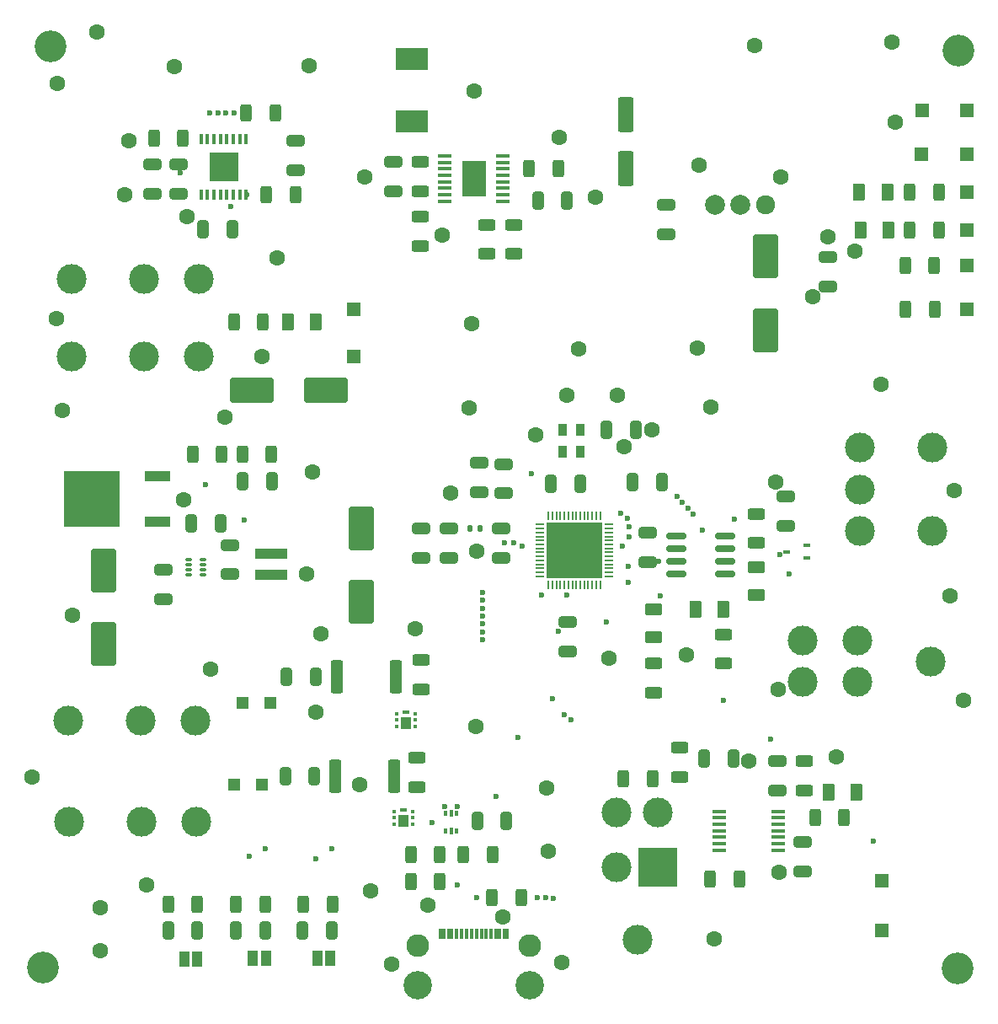
<source format=gbr>
%TF.GenerationSoftware,KiCad,Pcbnew,8.0.0*%
%TF.CreationDate,2024-03-30T13:43:14+01:00*%
%TF.ProjectId,schematic-main_HCU,73636865-6d61-4746-9963-2d6d61696e5f,rev?*%
%TF.SameCoordinates,Original*%
%TF.FileFunction,Soldermask,Top*%
%TF.FilePolarity,Negative*%
%FSLAX46Y46*%
G04 Gerber Fmt 4.6, Leading zero omitted, Abs format (unit mm)*
G04 Created by KiCad (PCBNEW 8.0.0) date 2024-03-30 13:43:14*
%MOMM*%
%LPD*%
G01*
G04 APERTURE LIST*
G04 Aperture macros list*
%AMRoundRect*
0 Rectangle with rounded corners*
0 $1 Rounding radius*
0 $2 $3 $4 $5 $6 $7 $8 $9 X,Y pos of 4 corners*
0 Add a 4 corners polygon primitive as box body*
4,1,4,$2,$3,$4,$5,$6,$7,$8,$9,$2,$3,0*
0 Add four circle primitives for the rounded corners*
1,1,$1+$1,$2,$3*
1,1,$1+$1,$4,$5*
1,1,$1+$1,$6,$7*
1,1,$1+$1,$8,$9*
0 Add four rect primitives between the rounded corners*
20,1,$1+$1,$2,$3,$4,$5,0*
20,1,$1+$1,$4,$5,$6,$7,0*
20,1,$1+$1,$6,$7,$8,$9,0*
20,1,$1+$1,$8,$9,$2,$3,0*%
G04 Aperture macros list end*
%ADD10R,1.350000X1.350000*%
%ADD11RoundRect,0.250000X-0.650000X0.325000X-0.650000X-0.325000X0.650000X-0.325000X0.650000X0.325000X0*%
%ADD12C,3.200000*%
%ADD13RoundRect,0.250000X0.650000X-0.325000X0.650000X0.325000X-0.650000X0.325000X-0.650000X-0.325000X0*%
%ADD14RoundRect,0.250000X0.375000X0.625000X-0.375000X0.625000X-0.375000X-0.625000X0.375000X-0.625000X0*%
%ADD15R,1.200000X1.200000*%
%ADD16RoundRect,0.250000X0.625000X-0.312500X0.625000X0.312500X-0.625000X0.312500X-0.625000X-0.312500X0*%
%ADD17RoundRect,0.250000X-0.625000X0.312500X-0.625000X-0.312500X0.625000X-0.312500X0.625000X0.312500X0*%
%ADD18C,2.000000*%
%ADD19C,1.920000*%
%ADD20RoundRect,0.250000X0.312500X0.625000X-0.312500X0.625000X-0.312500X-0.625000X0.312500X-0.625000X0*%
%ADD21RoundRect,0.250000X0.325000X0.650000X-0.325000X0.650000X-0.325000X-0.650000X0.325000X-0.650000X0*%
%ADD22R,1.000000X1.500000*%
%ADD23R,0.430000X0.350000*%
%ADD24R,1.100000X1.250000*%
%ADD25R,0.660000X0.350000*%
%ADD26RoundRect,0.250000X-0.325000X-0.650000X0.325000X-0.650000X0.325000X0.650000X-0.325000X0.650000X0*%
%ADD27RoundRect,0.250000X-1.000000X1.950000X-1.000000X-1.950000X1.000000X-1.950000X1.000000X1.950000X0*%
%ADD28RoundRect,0.250000X-0.312500X-0.625000X0.312500X-0.625000X0.312500X0.625000X-0.312500X0.625000X0*%
%ADD29RoundRect,0.250000X0.550000X-1.500000X0.550000X1.500000X-0.550000X1.500000X-0.550000X-1.500000X0*%
%ADD30R,3.200000X1.100000*%
%ADD31R,0.300000X1.100000*%
%ADD32C,2.280000*%
%ADD33C,2.850000*%
%ADD34RoundRect,0.050000X-0.387500X-0.050000X0.387500X-0.050000X0.387500X0.050000X-0.387500X0.050000X0*%
%ADD35RoundRect,0.050000X-0.050000X-0.387500X0.050000X-0.387500X0.050000X0.387500X-0.050000X0.387500X0*%
%ADD36R,5.600000X5.600000*%
%ADD37RoundRect,0.050000X-0.285000X-0.100000X0.285000X-0.100000X0.285000X0.100000X-0.285000X0.100000X0*%
%ADD38R,0.375000X0.500000*%
%ADD39R,0.300000X0.650000*%
%ADD40R,1.475000X0.450000*%
%ADD41R,2.460000X3.550000*%
%ADD42R,2.600000X1.060000*%
%ADD43R,5.700000X5.632000*%
%ADD44RoundRect,0.250000X-0.625000X0.375000X-0.625000X-0.375000X0.625000X-0.375000X0.625000X0.375000X0*%
%ADD45RoundRect,0.250000X-0.362500X-1.425000X0.362500X-1.425000X0.362500X1.425000X-0.362500X1.425000X0*%
%ADD46R,3.000000X3.000000*%
%ADD47R,0.450000X1.050000*%
%ADD48C,3.000000*%
%ADD49R,4.000000X4.000000*%
%ADD50RoundRect,0.250000X0.625000X-0.375000X0.625000X0.375000X-0.625000X0.375000X-0.625000X-0.375000X0*%
%ADD51RoundRect,0.250000X1.950000X1.000000X-1.950000X1.000000X-1.950000X-1.000000X1.950000X-1.000000X0*%
%ADD52R,0.950000X1.200000*%
%ADD53RoundRect,0.150000X-0.825000X-0.150000X0.825000X-0.150000X0.825000X0.150000X-0.825000X0.150000X0*%
%ADD54RoundRect,0.250000X-0.375000X-0.625000X0.375000X-0.625000X0.375000X0.625000X-0.375000X0.625000X0*%
%ADD55R,0.700000X0.450000*%
%ADD56RoundRect,0.147500X-0.147500X-0.172500X0.147500X-0.172500X0.147500X0.172500X-0.147500X0.172500X0*%
%ADD57R,3.200400X2.173999*%
%ADD58C,0.600000*%
%ADD59C,1.600000*%
G04 APERTURE END LIST*
D10*
%TO.C,TP9*%
X146000000Y-81900000D03*
%TD*%
D11*
%TO.C,C17*%
X99100000Y-103925000D03*
X99100000Y-106875000D03*
%TD*%
D12*
%TO.C,H1*%
X145100000Y-55900000D03*
%TD*%
D13*
%TO.C,C34*%
X64055000Y-70300000D03*
X64055000Y-67350000D03*
%TD*%
%TO.C,C26*%
X126945200Y-130235950D03*
X126945200Y-127285950D03*
%TD*%
D14*
%TO.C,D4*%
X121500000Y-112000000D03*
X118700000Y-112000000D03*
%TD*%
D11*
%TO.C,C15*%
X91100000Y-103925000D03*
X91100000Y-106875000D03*
%TD*%
D15*
%TO.C,D7*%
X73150000Y-121450000D03*
X75950000Y-121450000D03*
%TD*%
D13*
%TO.C,C19*%
X96900000Y-100275000D03*
X96900000Y-97325000D03*
%TD*%
D10*
%TO.C,TP3*%
X141500000Y-61900000D03*
%TD*%
D16*
%TO.C,R29*%
X90700000Y-129862500D03*
X90700000Y-126937500D03*
%TD*%
D17*
%TO.C,R11*%
X97700000Y-73387500D03*
X97700000Y-76312500D03*
%TD*%
D18*
%TO.C,PS1*%
X120684198Y-71382000D03*
X123224198Y-71382000D03*
D19*
X125764198Y-71382000D03*
%TD*%
D10*
%TO.C,TP7*%
X84300000Y-86650000D03*
%TD*%
D17*
%TO.C,R5*%
X91038000Y-67087500D03*
X91038000Y-70012500D03*
%TD*%
D20*
%TO.C,R25*%
X143162500Y-70100000D03*
X140237500Y-70100000D03*
%TD*%
D10*
%TO.C,TP1*%
X137400000Y-139300000D03*
%TD*%
D16*
%TO.C,R18*%
X124800000Y-105362500D03*
X124800000Y-102437500D03*
%TD*%
D21*
%TO.C,C6*%
X76075000Y-99125000D03*
X73125000Y-99125000D03*
%TD*%
D22*
%TO.C,JP1*%
X68570436Y-147175436D03*
X67270436Y-147175436D03*
%TD*%
D11*
%TO.C,C3*%
X65200000Y-108050000D03*
X65200000Y-111000000D03*
%TD*%
D23*
%TO.C,MOSFET2*%
X90235000Y-133625000D03*
X90235000Y-132975000D03*
X90235000Y-132325000D03*
X88365000Y-132325000D03*
X88365000Y-132975000D03*
X88365000Y-133625000D03*
D24*
X89300000Y-133260000D03*
D25*
X89300000Y-132200000D03*
%TD*%
D12*
%TO.C,H4*%
X145000000Y-148100000D03*
%TD*%
D26*
%TO.C,C11*%
X112325000Y-99200000D03*
X115275000Y-99200000D03*
%TD*%
D27*
%TO.C,C2*%
X59200000Y-108125000D03*
X59200000Y-115525000D03*
%TD*%
D28*
%TO.C,R3*%
X98237500Y-141000000D03*
X101162500Y-141000000D03*
%TD*%
D26*
%TO.C,C36*%
X69200000Y-73825000D03*
X72150000Y-73825000D03*
%TD*%
D20*
%TO.C,R15*%
X142662500Y-77500000D03*
X139737500Y-77500000D03*
%TD*%
D22*
%TO.C,JP2*%
X75487500Y-147112500D03*
X74187500Y-147112500D03*
%TD*%
D14*
%TO.C,R36*%
X137960000Y-70100000D03*
X135160000Y-70100000D03*
%TD*%
D28*
%TO.C,R2*%
X95337500Y-136700000D03*
X98262500Y-136700000D03*
%TD*%
D12*
%TO.C,H3*%
X53100000Y-148000000D03*
%TD*%
D20*
%TO.C,R16*%
X133607700Y-132960950D03*
X130682700Y-132960950D03*
%TD*%
D14*
%TO.C,R35*%
X138060000Y-73900000D03*
X135260000Y-73900000D03*
%TD*%
D20*
%TO.C,R14*%
X142700000Y-81900000D03*
X139775000Y-81900000D03*
%TD*%
D11*
%TO.C,C16*%
X93900000Y-103925000D03*
X93900000Y-106875000D03*
%TD*%
D29*
%TO.C,C5*%
X111700000Y-67750000D03*
X111700000Y-62350000D03*
%TD*%
D30*
%TO.C,L1*%
X76000000Y-108525000D03*
X76000000Y-106425000D03*
%TD*%
D31*
%TO.C,P1*%
X93050000Y-144650000D03*
X93850000Y-144650000D03*
X95150000Y-144650000D03*
X96150000Y-144650000D03*
X96650000Y-144650000D03*
X97650000Y-144650000D03*
X98950000Y-144650000D03*
X99750000Y-144650000D03*
X99450000Y-144650000D03*
X98650000Y-144650000D03*
X98150000Y-144650000D03*
X97150000Y-144650000D03*
X95650000Y-144650000D03*
X94650000Y-144650000D03*
X94150000Y-144650000D03*
X93350000Y-144650000D03*
D32*
X90780000Y-145800000D03*
D33*
X90780000Y-149800000D03*
D32*
X102020000Y-145800000D03*
D33*
X102020000Y-149800000D03*
%TD*%
D13*
%TO.C,C37*%
X78475000Y-67900000D03*
X78475000Y-64950000D03*
%TD*%
D34*
%TO.C,U4*%
X103062500Y-103500000D03*
X103062500Y-103900000D03*
X103062500Y-104300000D03*
X103062500Y-104700000D03*
X103062500Y-105100000D03*
X103062500Y-105500000D03*
X103062500Y-105900000D03*
X103062500Y-106300000D03*
X103062500Y-106700000D03*
X103062500Y-107100000D03*
X103062500Y-107500000D03*
X103062500Y-107900000D03*
X103062500Y-108300000D03*
X103062500Y-108700000D03*
D35*
X103900000Y-109537500D03*
X104300000Y-109537500D03*
X104700000Y-109537500D03*
X105100000Y-109537500D03*
X105500000Y-109537500D03*
X105900000Y-109537500D03*
X106300000Y-109537500D03*
X106700000Y-109537500D03*
X107100000Y-109537500D03*
X107500000Y-109537500D03*
X107900000Y-109537500D03*
X108300000Y-109537500D03*
X108700000Y-109537500D03*
X109100000Y-109537500D03*
D34*
X109937500Y-108700000D03*
X109937500Y-108300000D03*
X109937500Y-107900000D03*
X109937500Y-107500000D03*
X109937500Y-107100000D03*
X109937500Y-106700000D03*
X109937500Y-106300000D03*
X109937500Y-105900000D03*
X109937500Y-105500000D03*
X109937500Y-105100000D03*
X109937500Y-104700000D03*
X109937500Y-104300000D03*
X109937500Y-103900000D03*
X109937500Y-103500000D03*
D35*
X109100000Y-102662500D03*
X108700000Y-102662500D03*
X108300000Y-102662500D03*
X107900000Y-102662500D03*
X107500000Y-102662500D03*
X107100000Y-102662500D03*
X106700000Y-102662500D03*
X106300000Y-102662500D03*
X105900000Y-102662500D03*
X105500000Y-102662500D03*
X105100000Y-102662500D03*
X104700000Y-102662500D03*
X104300000Y-102662500D03*
X103900000Y-102662500D03*
D36*
X106500000Y-106100000D03*
%TD*%
D11*
%TO.C,C4*%
X71900000Y-105550000D03*
X71900000Y-108500000D03*
%TD*%
D37*
%TO.C,U2*%
X67720000Y-107025000D03*
X67720000Y-107525000D03*
X67720000Y-108025000D03*
X67720000Y-108525000D03*
X69200000Y-108525000D03*
X69200000Y-108025000D03*
X69200000Y-107525000D03*
X69200000Y-107025000D03*
%TD*%
D17*
%TO.C,R31*%
X117100000Y-125937500D03*
X117100000Y-128862500D03*
%TD*%
D10*
%TO.C,TP4*%
X146000000Y-61900000D03*
%TD*%
D17*
%TO.C,R20*%
X121500000Y-114537500D03*
X121500000Y-117462500D03*
%TD*%
D20*
%TO.C,R6*%
X104862500Y-67750000D03*
X101937500Y-67750000D03*
%TD*%
D26*
%TO.C,C31*%
X77546900Y-118778100D03*
X80496900Y-118778100D03*
%TD*%
D20*
%TO.C,R23*%
X82200000Y-141612500D03*
X79275000Y-141612500D03*
%TD*%
D11*
%TO.C,C29*%
X115764198Y-71407000D03*
X115764198Y-74357000D03*
%TD*%
D38*
%TO.C,U3*%
X93562500Y-134250000D03*
D39*
X94100000Y-134325000D03*
D38*
X94637500Y-134250000D03*
X94637500Y-132550000D03*
D39*
X94100000Y-132475000D03*
D38*
X93562500Y-132550000D03*
%TD*%
D13*
%TO.C,C23*%
X113900000Y-107275000D03*
X113900000Y-104325000D03*
%TD*%
D40*
%TO.C,IC2*%
X93462000Y-66475000D03*
X93462000Y-67125000D03*
X93462000Y-67775000D03*
X93462000Y-68425000D03*
X93462000Y-69075000D03*
X93462000Y-69725000D03*
X93462000Y-70375000D03*
X93462000Y-71025000D03*
X99338000Y-71025000D03*
X99338000Y-70375000D03*
X99338000Y-69725000D03*
X99338000Y-69075000D03*
X99338000Y-68425000D03*
X99338000Y-67775000D03*
X99338000Y-67125000D03*
X99338000Y-66475000D03*
D41*
X96400000Y-68750000D03*
%TD*%
D40*
%TO.C,IC1*%
X126983200Y-136210950D03*
X126983200Y-135560950D03*
X126983200Y-134910950D03*
X126983200Y-134260950D03*
X126983200Y-133610950D03*
X126983200Y-132960950D03*
X126983200Y-132310950D03*
X121107200Y-132310950D03*
X121107200Y-132960950D03*
X121107200Y-133610950D03*
X121107200Y-134260950D03*
X121107200Y-134910950D03*
X121107200Y-135560950D03*
X121107200Y-136210950D03*
%TD*%
D20*
%TO.C,R1*%
X92962500Y-136700000D03*
X90037500Y-136700000D03*
%TD*%
D23*
%TO.C,MOSFET1*%
X90491900Y-123778100D03*
X90491900Y-123128100D03*
X90491900Y-122478100D03*
X88621900Y-122478100D03*
X88621900Y-123128100D03*
X88621900Y-123778100D03*
D24*
X89556900Y-123413100D03*
D25*
X89556900Y-122353100D03*
%TD*%
D42*
%TO.C,D2*%
X64579500Y-103186000D03*
X64579500Y-98614000D03*
D43*
X58029500Y-100900000D03*
%TD*%
D26*
%TO.C,C20*%
X96725000Y-133300000D03*
X99675000Y-133300000D03*
%TD*%
D44*
%TO.C,R19*%
X124800000Y-107800000D03*
X124800000Y-110600000D03*
%TD*%
D21*
%TO.C,C25*%
X82112500Y-144312500D03*
X79162500Y-144312500D03*
%TD*%
D45*
%TO.C,R30*%
X82437500Y-128800000D03*
X88362500Y-128800000D03*
%TD*%
D46*
%TO.C,U6*%
X71250000Y-67550000D03*
D47*
X73525000Y-64775000D03*
X72875000Y-64775000D03*
X72225000Y-64775000D03*
X71575000Y-64775000D03*
X70925000Y-64775000D03*
X70275000Y-64775000D03*
X69625000Y-64775000D03*
X68975000Y-64775000D03*
X68975000Y-70325000D03*
X69625000Y-70325000D03*
X70275000Y-70325000D03*
X70925000Y-70325000D03*
X71575000Y-70325000D03*
X72225000Y-70325000D03*
X72875000Y-70325000D03*
X73525000Y-70325000D03*
%TD*%
D20*
%TO.C,R12*%
X68600000Y-141612500D03*
X65675000Y-141612500D03*
%TD*%
D10*
%TO.C,TP11*%
X146000000Y-73900000D03*
%TD*%
%TO.C,TP8*%
X84300000Y-81900000D03*
%TD*%
D16*
%TO.C,R27*%
X91100000Y-120024850D03*
X91100000Y-117099850D03*
%TD*%
D10*
%TO.C,TP2*%
X137400000Y-144300000D03*
%TD*%
D48*
%TO.C,J3*%
X112815750Y-145228100D03*
D49*
X114915750Y-137928100D03*
D48*
X110715750Y-137928100D03*
X114915750Y-132428100D03*
X110715750Y-132428100D03*
%TD*%
D10*
%TO.C,TP6*%
X146000000Y-66300000D03*
%TD*%
D17*
%TO.C,R8*%
X91038000Y-72587500D03*
X91038000Y-75512500D03*
%TD*%
D50*
%TO.C,D5*%
X114500000Y-114800000D03*
X114500000Y-112000000D03*
%TD*%
D26*
%TO.C,C21*%
X109725000Y-94000000D03*
X112675000Y-94000000D03*
%TD*%
D45*
%TO.C,R28*%
X82659400Y-118778100D03*
X88584400Y-118778100D03*
%TD*%
D16*
%TO.C,R32*%
X129645200Y-130223450D03*
X129645200Y-127298450D03*
%TD*%
D13*
%TO.C,C18*%
X99400000Y-100375000D03*
X99400000Y-97425000D03*
%TD*%
D20*
%TO.C,R34*%
X67137500Y-64725000D03*
X64212500Y-64725000D03*
%TD*%
D51*
%TO.C,C7*%
X81500000Y-90000000D03*
X74100000Y-90000000D03*
%TD*%
D21*
%TO.C,C22*%
X107075000Y-99400000D03*
X104125000Y-99400000D03*
%TD*%
D20*
%TO.C,R22*%
X75212500Y-83150000D03*
X72287500Y-83150000D03*
%TD*%
D52*
%TO.C,Y1*%
X105325000Y-94000000D03*
X105325000Y-96200000D03*
X107075000Y-96200000D03*
X107075000Y-94000000D03*
%TD*%
D28*
%TO.C,R33*%
X73512500Y-62125000D03*
X76437500Y-62125000D03*
%TD*%
D48*
%TO.C,J8*%
X55600000Y-123200000D03*
X62900000Y-123200000D03*
X68400000Y-123200000D03*
%TD*%
D12*
%TO.C,H2*%
X53800000Y-55500000D03*
%TD*%
D28*
%TO.C,R38*%
X120137500Y-139100000D03*
X123062500Y-139100000D03*
%TD*%
D48*
%TO.C,J4*%
X142278100Y-117234250D03*
X134978100Y-115134250D03*
X134978100Y-119334250D03*
X129478100Y-115134250D03*
X129478100Y-119334250D03*
%TD*%
D53*
%TO.C,U5*%
X116725000Y-104695000D03*
X116725000Y-105965000D03*
X116725000Y-107235000D03*
X116725000Y-108505000D03*
X121675000Y-108505000D03*
X121675000Y-107235000D03*
X121675000Y-105965000D03*
X121675000Y-104695000D03*
%TD*%
D28*
%TO.C,R26*%
X111437500Y-129000000D03*
X114362500Y-129000000D03*
%TD*%
D26*
%TO.C,C9*%
X102825000Y-70950000D03*
X105775000Y-70950000D03*
%TD*%
D21*
%TO.C,C13*%
X75412500Y-144312500D03*
X72462500Y-144312500D03*
%TD*%
D20*
%TO.C,R24*%
X143162500Y-73900000D03*
X140237500Y-73900000D03*
%TD*%
D11*
%TO.C,C28*%
X131964198Y-76607000D03*
X131964198Y-79557000D03*
%TD*%
D20*
%TO.C,R7*%
X76062500Y-96425000D03*
X73137500Y-96425000D03*
%TD*%
D48*
%TO.C,J10*%
X55975000Y-86600000D03*
X63275000Y-86600000D03*
X68775000Y-86600000D03*
%TD*%
D27*
%TO.C,C14*%
X85100000Y-103900000D03*
X85100000Y-111300000D03*
%TD*%
D10*
%TO.C,TP12*%
X146000000Y-70100000D03*
%TD*%
D11*
%TO.C,C10*%
X105800000Y-113325000D03*
X105800000Y-116275000D03*
%TD*%
D17*
%TO.C,R10*%
X100400000Y-73387500D03*
X100400000Y-76312500D03*
%TD*%
D48*
%TO.C,J2*%
X142465200Y-104168500D03*
X142465200Y-95768500D03*
X135165200Y-95768500D03*
X135165200Y-99968500D03*
X135165200Y-104168500D03*
%TD*%
%TO.C,J1*%
X55975000Y-78800000D03*
X63275000Y-78800000D03*
X68775000Y-78800000D03*
%TD*%
D26*
%TO.C,C30*%
X119525000Y-127000000D03*
X122475000Y-127000000D03*
%TD*%
D27*
%TO.C,C27*%
X125724198Y-76569000D03*
X125724198Y-83969000D03*
%TD*%
D26*
%TO.C,C32*%
X77425000Y-128800000D03*
X80375000Y-128800000D03*
%TD*%
D15*
%TO.C,D8*%
X72330000Y-129650000D03*
X75130000Y-129650000D03*
%TD*%
D11*
%TO.C,C1*%
X88338000Y-67075000D03*
X88338000Y-70025000D03*
%TD*%
D20*
%TO.C,R9*%
X71062500Y-96425000D03*
X68137500Y-96425000D03*
%TD*%
D21*
%TO.C,C8*%
X70925000Y-103350000D03*
X67975000Y-103350000D03*
%TD*%
D10*
%TO.C,TP10*%
X146000000Y-77500000D03*
%TD*%
D54*
%TO.C,R17*%
X132045200Y-130360950D03*
X134845200Y-130360950D03*
%TD*%
D55*
%TO.C,D3*%
X129878100Y-106884250D03*
X129878100Y-105584250D03*
X127878100Y-106234250D03*
%TD*%
D28*
%TO.C,R37*%
X75512500Y-70325000D03*
X78437500Y-70325000D03*
%TD*%
D22*
%TO.C,JP3*%
X81987500Y-147112500D03*
X80687500Y-147112500D03*
%TD*%
D13*
%TO.C,C24*%
X127778100Y-103659250D03*
X127778100Y-100709250D03*
%TD*%
D54*
%TO.C,D6*%
X77750000Y-83150000D03*
X80550000Y-83150000D03*
%TD*%
D17*
%TO.C,R21*%
X114500000Y-117437500D03*
X114500000Y-120362500D03*
%TD*%
D13*
%TO.C,C35*%
X66675000Y-70300000D03*
X66675000Y-67350000D03*
%TD*%
D11*
%TO.C,C33*%
X129445200Y-135385950D03*
X129445200Y-138335950D03*
%TD*%
D56*
%TO.C,L2*%
X96015000Y-103900000D03*
X96985000Y-103900000D03*
%TD*%
D20*
%TO.C,R4*%
X92962500Y-139400000D03*
X90037500Y-139400000D03*
%TD*%
D48*
%TO.C,J9*%
X55721900Y-133350000D03*
X63021900Y-133350000D03*
X68521900Y-133350000D03*
%TD*%
D20*
%TO.C,R13*%
X75400000Y-141612500D03*
X72475000Y-141612500D03*
%TD*%
D21*
%TO.C,C12*%
X68612500Y-144312500D03*
X65662500Y-144312500D03*
%TD*%
D10*
%TO.C,TP5*%
X141400000Y-66300000D03*
%TD*%
D57*
%TO.C,D1*%
X90200000Y-63027002D03*
X90200000Y-56772998D03*
%TD*%
D58*
X104400000Y-104000000D03*
D59*
X127100000Y-138400000D03*
X138400000Y-55000000D03*
D58*
X102200000Y-98400000D03*
X107200000Y-104000000D03*
D59*
X118900000Y-85800000D03*
D58*
X105800000Y-105400000D03*
D59*
X137300000Y-89400000D03*
D58*
X105800000Y-104000000D03*
X65200000Y-111000000D03*
X72537500Y-144412500D03*
D59*
X111500000Y-95700000D03*
D58*
X121500000Y-121200000D03*
D59*
X104950000Y-64600000D03*
D58*
X65670436Y-144375436D03*
D59*
X54400000Y-82800000D03*
X127000000Y-120100000D03*
D58*
X73300000Y-103050000D03*
D59*
X79800000Y-57400000D03*
D58*
X127128100Y-106484250D03*
D59*
X96400000Y-59950000D03*
X126743262Y-99224765D03*
X85400000Y-68600000D03*
X106900000Y-85900000D03*
X102600000Y-94500000D03*
D58*
X113900000Y-104300000D03*
X95700000Y-67650000D03*
X96900000Y-67650000D03*
X108600000Y-104000000D03*
D59*
X110800000Y-90500000D03*
D58*
X96900000Y-68450000D03*
X105800000Y-108200000D03*
X102800000Y-141000000D03*
D59*
X105700000Y-90500000D03*
X132800000Y-126800000D03*
X88100000Y-147700000D03*
X55000000Y-92000000D03*
X90500000Y-114000000D03*
X96200000Y-83300000D03*
X103900000Y-136300000D03*
X51950000Y-128900000D03*
X105200000Y-147500000D03*
X71400000Y-92700000D03*
X56000000Y-112600000D03*
X108600000Y-70600000D03*
D58*
X128078100Y-108434250D03*
X108600000Y-108200000D03*
X92200000Y-133400000D03*
X99100000Y-106875000D03*
D59*
X130500000Y-80600000D03*
X58800000Y-146300000D03*
D58*
X105800000Y-116275000D03*
D59*
X124600000Y-55400000D03*
D58*
X104400000Y-108200000D03*
X104400000Y-106800000D03*
X104400000Y-105400000D03*
D59*
X69900000Y-118000000D03*
D58*
X119400000Y-104100000D03*
D59*
X124045200Y-127285950D03*
D58*
X95700000Y-68450000D03*
X108600000Y-106800000D03*
X95700000Y-69550000D03*
D59*
X120600000Y-145100000D03*
X81000000Y-114500000D03*
D58*
X103600000Y-141000000D03*
D59*
X110000000Y-116900000D03*
X120200000Y-91700000D03*
D58*
X96900000Y-69550000D03*
D59*
X54500000Y-59200000D03*
D58*
X79237500Y-144412500D03*
D59*
X119050000Y-67400000D03*
D58*
X108600000Y-105400000D03*
D59*
X80200000Y-98200000D03*
D58*
X107200000Y-105400000D03*
D59*
X84950000Y-129600000D03*
X114300000Y-94000000D03*
X103700000Y-130000000D03*
X95900000Y-91800000D03*
D58*
X122600000Y-103000000D03*
X107200000Y-106800000D03*
X105800000Y-106800000D03*
X107200000Y-108200000D03*
D59*
X138800000Y-63100000D03*
D58*
X116725000Y-105965000D03*
D59*
X58800000Y-142000000D03*
X76600000Y-76700000D03*
X145650000Y-121150000D03*
X79600000Y-108500000D03*
X93200000Y-74400000D03*
X96600000Y-123800000D03*
X67200000Y-101000000D03*
X144250000Y-110650000D03*
X86050000Y-140300000D03*
X61300000Y-70400000D03*
X75100000Y-86600000D03*
X117800000Y-116600000D03*
D58*
X104400000Y-141100000D03*
X69400000Y-99500000D03*
D59*
X80500000Y-122350000D03*
X127250000Y-68600000D03*
X96700000Y-106200000D03*
X66300000Y-57500000D03*
X58500000Y-54000000D03*
X134700000Y-76000000D03*
X144700000Y-100100000D03*
D58*
X114500000Y-120300000D03*
X65670436Y-141575436D03*
X98600000Y-130800000D03*
X129445200Y-135385950D03*
X72475000Y-141612500D03*
D59*
X94025000Y-100375000D03*
D58*
X104862500Y-114262500D03*
X104300000Y-121000000D03*
X115000000Y-107200000D03*
X136600000Y-135300000D03*
X80500000Y-137100000D03*
X112325000Y-99200000D03*
X100800000Y-124900000D03*
X109700000Y-113325000D03*
X105700000Y-110600000D03*
X79275000Y-141612500D03*
X99500000Y-105300000D03*
X73800000Y-136850000D03*
X75400000Y-136075000D03*
X100449492Y-105300000D03*
X82100000Y-136075000D03*
X101230486Y-105700000D03*
X126945200Y-130235950D03*
X126200000Y-125100000D03*
X129645200Y-127298450D03*
D59*
X132000000Y-74600000D03*
X99300000Y-142900000D03*
D58*
X64579500Y-103186000D03*
D59*
X91750000Y-141750000D03*
X63475000Y-139700000D03*
D58*
X111300000Y-105700000D03*
X118700000Y-112000000D03*
X115100000Y-110700000D03*
X111900000Y-107700000D03*
X94700000Y-139700000D03*
X96700000Y-141000000D03*
X105475000Y-122625000D03*
X93449998Y-131850000D03*
X106175000Y-123125000D03*
X94750002Y-131800000D03*
X118461877Y-102461877D03*
X112000000Y-104700000D03*
X117896190Y-101896190D03*
X112000000Y-103700000D03*
X117354352Y-101242148D03*
X111839602Y-102879702D03*
X116835619Y-100633116D03*
X111200000Y-102400000D03*
X71975000Y-71525000D03*
X66900000Y-68200000D03*
D59*
X67550000Y-72550000D03*
X61700000Y-64949570D03*
D58*
X111900000Y-109300000D03*
X103242892Y-110542892D03*
X78437500Y-70325000D03*
X97300999Y-114299998D03*
X73512500Y-62125000D03*
X97297004Y-113500006D03*
X71474997Y-62125000D03*
X97300000Y-111900006D03*
X97300000Y-110300000D03*
X69874991Y-62125000D03*
X72275000Y-62125000D03*
X97300000Y-112700009D03*
X73600002Y-70325000D03*
X97299400Y-115099999D03*
X70674994Y-62125000D03*
X97300000Y-111100003D03*
M02*

</source>
